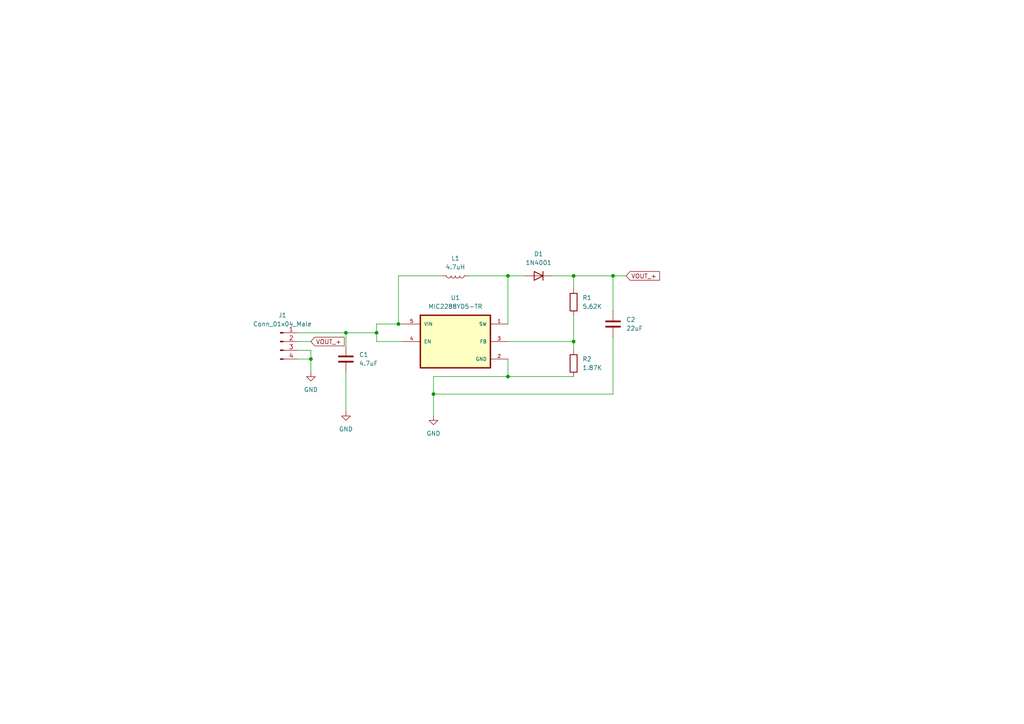
<source format=kicad_sch>
(kicad_sch (version 20211123) (generator eeschema)

  (uuid 0cd7d235-d1db-49dd-81e3-cb0d5bc082ff)

  (paper "A4")

  (lib_symbols
    (symbol "Connector:Conn_01x04_Male" (pin_names (offset 1.016) hide) (in_bom yes) (on_board yes)
      (property "Reference" "J" (id 0) (at 0 5.08 0)
        (effects (font (size 1.27 1.27)))
      )
      (property "Value" "Conn_01x04_Male" (id 1) (at 0 -7.62 0)
        (effects (font (size 1.27 1.27)))
      )
      (property "Footprint" "" (id 2) (at 0 0 0)
        (effects (font (size 1.27 1.27)) hide)
      )
      (property "Datasheet" "~" (id 3) (at 0 0 0)
        (effects (font (size 1.27 1.27)) hide)
      )
      (property "ki_keywords" "connector" (id 4) (at 0 0 0)
        (effects (font (size 1.27 1.27)) hide)
      )
      (property "ki_description" "Generic connector, single row, 01x04, script generated (kicad-library-utils/schlib/autogen/connector/)" (id 5) (at 0 0 0)
        (effects (font (size 1.27 1.27)) hide)
      )
      (property "ki_fp_filters" "Connector*:*_1x??_*" (id 6) (at 0 0 0)
        (effects (font (size 1.27 1.27)) hide)
      )
      (symbol "Conn_01x04_Male_1_1"
        (polyline
          (pts
            (xy 1.27 -5.08)
            (xy 0.8636 -5.08)
          )
          (stroke (width 0.1524) (type default) (color 0 0 0 0))
          (fill (type none))
        )
        (polyline
          (pts
            (xy 1.27 -2.54)
            (xy 0.8636 -2.54)
          )
          (stroke (width 0.1524) (type default) (color 0 0 0 0))
          (fill (type none))
        )
        (polyline
          (pts
            (xy 1.27 0)
            (xy 0.8636 0)
          )
          (stroke (width 0.1524) (type default) (color 0 0 0 0))
          (fill (type none))
        )
        (polyline
          (pts
            (xy 1.27 2.54)
            (xy 0.8636 2.54)
          )
          (stroke (width 0.1524) (type default) (color 0 0 0 0))
          (fill (type none))
        )
        (rectangle (start 0.8636 -4.953) (end 0 -5.207)
          (stroke (width 0.1524) (type default) (color 0 0 0 0))
          (fill (type outline))
        )
        (rectangle (start 0.8636 -2.413) (end 0 -2.667)
          (stroke (width 0.1524) (type default) (color 0 0 0 0))
          (fill (type outline))
        )
        (rectangle (start 0.8636 0.127) (end 0 -0.127)
          (stroke (width 0.1524) (type default) (color 0 0 0 0))
          (fill (type outline))
        )
        (rectangle (start 0.8636 2.667) (end 0 2.413)
          (stroke (width 0.1524) (type default) (color 0 0 0 0))
          (fill (type outline))
        )
        (pin passive line (at 5.08 2.54 180) (length 3.81)
          (name "Pin_1" (effects (font (size 1.27 1.27))))
          (number "1" (effects (font (size 1.27 1.27))))
        )
        (pin passive line (at 5.08 0 180) (length 3.81)
          (name "Pin_2" (effects (font (size 1.27 1.27))))
          (number "2" (effects (font (size 1.27 1.27))))
        )
        (pin passive line (at 5.08 -2.54 180) (length 3.81)
          (name "Pin_3" (effects (font (size 1.27 1.27))))
          (number "3" (effects (font (size 1.27 1.27))))
        )
        (pin passive line (at 5.08 -5.08 180) (length 3.81)
          (name "Pin_4" (effects (font (size 1.27 1.27))))
          (number "4" (effects (font (size 1.27 1.27))))
        )
      )
    )
    (symbol "Device:C" (pin_numbers hide) (pin_names (offset 0.254)) (in_bom yes) (on_board yes)
      (property "Reference" "C" (id 0) (at 0.635 2.54 0)
        (effects (font (size 1.27 1.27)) (justify left))
      )
      (property "Value" "C" (id 1) (at 0.635 -2.54 0)
        (effects (font (size 1.27 1.27)) (justify left))
      )
      (property "Footprint" "" (id 2) (at 0.9652 -3.81 0)
        (effects (font (size 1.27 1.27)) hide)
      )
      (property "Datasheet" "~" (id 3) (at 0 0 0)
        (effects (font (size 1.27 1.27)) hide)
      )
      (property "ki_keywords" "cap capacitor" (id 4) (at 0 0 0)
        (effects (font (size 1.27 1.27)) hide)
      )
      (property "ki_description" "Unpolarized capacitor" (id 5) (at 0 0 0)
        (effects (font (size 1.27 1.27)) hide)
      )
      (property "ki_fp_filters" "C_*" (id 6) (at 0 0 0)
        (effects (font (size 1.27 1.27)) hide)
      )
      (symbol "C_0_1"
        (polyline
          (pts
            (xy -2.032 -0.762)
            (xy 2.032 -0.762)
          )
          (stroke (width 0.508) (type default) (color 0 0 0 0))
          (fill (type none))
        )
        (polyline
          (pts
            (xy -2.032 0.762)
            (xy 2.032 0.762)
          )
          (stroke (width 0.508) (type default) (color 0 0 0 0))
          (fill (type none))
        )
      )
      (symbol "C_1_1"
        (pin passive line (at 0 3.81 270) (length 2.794)
          (name "~" (effects (font (size 1.27 1.27))))
          (number "1" (effects (font (size 1.27 1.27))))
        )
        (pin passive line (at 0 -3.81 90) (length 2.794)
          (name "~" (effects (font (size 1.27 1.27))))
          (number "2" (effects (font (size 1.27 1.27))))
        )
      )
    )
    (symbol "Device:L" (pin_numbers hide) (pin_names (offset 1.016) hide) (in_bom yes) (on_board yes)
      (property "Reference" "L" (id 0) (at -1.27 0 90)
        (effects (font (size 1.27 1.27)))
      )
      (property "Value" "L" (id 1) (at 1.905 0 90)
        (effects (font (size 1.27 1.27)))
      )
      (property "Footprint" "" (id 2) (at 0 0 0)
        (effects (font (size 1.27 1.27)) hide)
      )
      (property "Datasheet" "~" (id 3) (at 0 0 0)
        (effects (font (size 1.27 1.27)) hide)
      )
      (property "ki_keywords" "inductor choke coil reactor magnetic" (id 4) (at 0 0 0)
        (effects (font (size 1.27 1.27)) hide)
      )
      (property "ki_description" "Inductor" (id 5) (at 0 0 0)
        (effects (font (size 1.27 1.27)) hide)
      )
      (property "ki_fp_filters" "Choke_* *Coil* Inductor_* L_*" (id 6) (at 0 0 0)
        (effects (font (size 1.27 1.27)) hide)
      )
      (symbol "L_0_1"
        (arc (start 0 -2.54) (mid 0.635 -1.905) (end 0 -1.27)
          (stroke (width 0) (type default) (color 0 0 0 0))
          (fill (type none))
        )
        (arc (start 0 -1.27) (mid 0.635 -0.635) (end 0 0)
          (stroke (width 0) (type default) (color 0 0 0 0))
          (fill (type none))
        )
        (arc (start 0 0) (mid 0.635 0.635) (end 0 1.27)
          (stroke (width 0) (type default) (color 0 0 0 0))
          (fill (type none))
        )
        (arc (start 0 1.27) (mid 0.635 1.905) (end 0 2.54)
          (stroke (width 0) (type default) (color 0 0 0 0))
          (fill (type none))
        )
      )
      (symbol "L_1_1"
        (pin passive line (at 0 3.81 270) (length 1.27)
          (name "1" (effects (font (size 1.27 1.27))))
          (number "1" (effects (font (size 1.27 1.27))))
        )
        (pin passive line (at 0 -3.81 90) (length 1.27)
          (name "2" (effects (font (size 1.27 1.27))))
          (number "2" (effects (font (size 1.27 1.27))))
        )
      )
    )
    (symbol "Device:R" (pin_numbers hide) (pin_names (offset 0)) (in_bom yes) (on_board yes)
      (property "Reference" "R" (id 0) (at 2.032 0 90)
        (effects (font (size 1.27 1.27)))
      )
      (property "Value" "R" (id 1) (at 0 0 90)
        (effects (font (size 1.27 1.27)))
      )
      (property "Footprint" "" (id 2) (at -1.778 0 90)
        (effects (font (size 1.27 1.27)) hide)
      )
      (property "Datasheet" "~" (id 3) (at 0 0 0)
        (effects (font (size 1.27 1.27)) hide)
      )
      (property "ki_keywords" "R res resistor" (id 4) (at 0 0 0)
        (effects (font (size 1.27 1.27)) hide)
      )
      (property "ki_description" "Resistor" (id 5) (at 0 0 0)
        (effects (font (size 1.27 1.27)) hide)
      )
      (property "ki_fp_filters" "R_*" (id 6) (at 0 0 0)
        (effects (font (size 1.27 1.27)) hide)
      )
      (symbol "R_0_1"
        (rectangle (start -1.016 -2.54) (end 1.016 2.54)
          (stroke (width 0.254) (type default) (color 0 0 0 0))
          (fill (type none))
        )
      )
      (symbol "R_1_1"
        (pin passive line (at 0 3.81 270) (length 1.27)
          (name "~" (effects (font (size 1.27 1.27))))
          (number "1" (effects (font (size 1.27 1.27))))
        )
        (pin passive line (at 0 -3.81 90) (length 1.27)
          (name "~" (effects (font (size 1.27 1.27))))
          (number "2" (effects (font (size 1.27 1.27))))
        )
      )
    )
    (symbol "Diode:1N4001" (pin_numbers hide) (pin_names (offset 1.016) hide) (in_bom yes) (on_board yes)
      (property "Reference" "D" (id 0) (at 0 2.54 0)
        (effects (font (size 1.27 1.27)))
      )
      (property "Value" "1N4001" (id 1) (at 0 -2.54 0)
        (effects (font (size 1.27 1.27)))
      )
      (property "Footprint" "Diode_THT:D_DO-41_SOD81_P10.16mm_Horizontal" (id 2) (at 0 -4.445 0)
        (effects (font (size 1.27 1.27)) hide)
      )
      (property "Datasheet" "http://www.vishay.com/docs/88503/1n4001.pdf" (id 3) (at 0 0 0)
        (effects (font (size 1.27 1.27)) hide)
      )
      (property "ki_keywords" "diode" (id 4) (at 0 0 0)
        (effects (font (size 1.27 1.27)) hide)
      )
      (property "ki_description" "50V 1A General Purpose Rectifier Diode, DO-41" (id 5) (at 0 0 0)
        (effects (font (size 1.27 1.27)) hide)
      )
      (property "ki_fp_filters" "D*DO?41*" (id 6) (at 0 0 0)
        (effects (font (size 1.27 1.27)) hide)
      )
      (symbol "1N4001_0_1"
        (polyline
          (pts
            (xy -1.27 1.27)
            (xy -1.27 -1.27)
          )
          (stroke (width 0.254) (type default) (color 0 0 0 0))
          (fill (type none))
        )
        (polyline
          (pts
            (xy 1.27 0)
            (xy -1.27 0)
          )
          (stroke (width 0) (type default) (color 0 0 0 0))
          (fill (type none))
        )
        (polyline
          (pts
            (xy 1.27 1.27)
            (xy 1.27 -1.27)
            (xy -1.27 0)
            (xy 1.27 1.27)
          )
          (stroke (width 0.254) (type default) (color 0 0 0 0))
          (fill (type none))
        )
      )
      (symbol "1N4001_1_1"
        (pin passive line (at -3.81 0 0) (length 2.54)
          (name "K" (effects (font (size 1.27 1.27))))
          (number "1" (effects (font (size 1.27 1.27))))
        )
        (pin passive line (at 3.81 0 180) (length 2.54)
          (name "A" (effects (font (size 1.27 1.27))))
          (number "2" (effects (font (size 1.27 1.27))))
        )
      )
    )
    (symbol "MIC2288YD5-TR:MIC2288YD5-TR" (pin_names (offset 1.016)) (in_bom yes) (on_board yes)
      (property "Reference" "U" (id 0) (at -10.16 8.62 0)
        (effects (font (size 1.27 1.27)) (justify left bottom))
      )
      (property "Value" "MIC2288YD5-TR" (id 1) (at -10.16 -11.62 0)
        (effects (font (size 1.27 1.27)) (justify left bottom))
      )
      (property "Footprint" "SOT95P280X100-5N" (id 2) (at 0 0 0)
        (effects (font (size 1.27 1.27)) (justify bottom) hide)
      )
      (property "Datasheet" "" (id 3) (at 0 0 0)
        (effects (font (size 1.27 1.27)) hide)
      )
      (property "SNAPEDA_PACKAGE_ID" "8798" (id 4) (at 0 0 0)
        (effects (font (size 1.27 1.27)) (justify bottom) hide)
      )
      (property "STANDARD" "IPC-7351B" (id 5) (at 0 0 0)
        (effects (font (size 1.27 1.27)) (justify bottom) hide)
      )
      (property "MANUFACTURER" "Microchip" (id 6) (at 0 0 0)
        (effects (font (size 1.27 1.27)) (justify bottom) hide)
      )
      (property "PARTREV" "B" (id 7) (at 0 0 0)
        (effects (font (size 1.27 1.27)) (justify bottom) hide)
      )
      (property "MAXIMUM_PACKAGE_HEIGHT" "1.0mm" (id 8) (at 0 0 0)
        (effects (font (size 1.27 1.27)) (justify bottom) hide)
      )
      (symbol "MIC2288YD5-TR_0_0"
        (rectangle (start -10.16 -7.62) (end 10.16 7.62)
          (stroke (width 0.41) (type default) (color 0 0 0 0))
          (fill (type background))
        )
        (pin input line (at 15.24 5.08 180) (length 5.08)
          (name "SW" (effects (font (size 1.016 1.016))))
          (number "1" (effects (font (size 1.016 1.016))))
        )
        (pin power_in line (at 15.24 -5.08 180) (length 5.08)
          (name "GND" (effects (font (size 1.016 1.016))))
          (number "2" (effects (font (size 1.016 1.016))))
        )
        (pin input line (at 15.24 0 180) (length 5.08)
          (name "FB" (effects (font (size 1.016 1.016))))
          (number "3" (effects (font (size 1.016 1.016))))
        )
        (pin input line (at -15.24 0 0) (length 5.08)
          (name "EN" (effects (font (size 1.016 1.016))))
          (number "4" (effects (font (size 1.016 1.016))))
        )
        (pin input line (at -15.24 5.08 0) (length 5.08)
          (name "VIN" (effects (font (size 1.016 1.016))))
          (number "5" (effects (font (size 1.016 1.016))))
        )
      )
    )
    (symbol "power:GND" (power) (pin_names (offset 0)) (in_bom yes) (on_board yes)
      (property "Reference" "#PWR" (id 0) (at 0 -6.35 0)
        (effects (font (size 1.27 1.27)) hide)
      )
      (property "Value" "GND" (id 1) (at 0 -3.81 0)
        (effects (font (size 1.27 1.27)))
      )
      (property "Footprint" "" (id 2) (at 0 0 0)
        (effects (font (size 1.27 1.27)) hide)
      )
      (property "Datasheet" "" (id 3) (at 0 0 0)
        (effects (font (size 1.27 1.27)) hide)
      )
      (property "ki_keywords" "power-flag" (id 4) (at 0 0 0)
        (effects (font (size 1.27 1.27)) hide)
      )
      (property "ki_description" "Power symbol creates a global label with name \"GND\" , ground" (id 5) (at 0 0 0)
        (effects (font (size 1.27 1.27)) hide)
      )
      (symbol "GND_0_1"
        (polyline
          (pts
            (xy 0 0)
            (xy 0 -1.27)
            (xy 1.27 -1.27)
            (xy 0 -2.54)
            (xy -1.27 -1.27)
            (xy 0 -1.27)
          )
          (stroke (width 0) (type default) (color 0 0 0 0))
          (fill (type none))
        )
      )
      (symbol "GND_1_1"
        (pin power_in line (at 0 0 270) (length 0) hide
          (name "GND" (effects (font (size 1.27 1.27))))
          (number "1" (effects (font (size 1.27 1.27))))
        )
      )
    )
  )

  (junction (at 177.8 80.01) (diameter 0) (color 0 0 0 0)
    (uuid 0f556e07-1f22-4253-bf12-0300750a90d9)
  )
  (junction (at 100.33 96.52) (diameter 0) (color 0 0 0 0)
    (uuid 1b541f23-38ab-4b48-b9fe-91df9960f422)
  )
  (junction (at 166.37 99.06) (diameter 0) (color 0 0 0 0)
    (uuid 6ae11cfa-e778-4a71-ad17-21fb9e1d3f54)
  )
  (junction (at 166.37 80.01) (diameter 0) (color 0 0 0 0)
    (uuid 8f0e7675-809b-4069-8262-7a9cba334fb0)
  )
  (junction (at 147.32 109.22) (diameter 0) (color 0 0 0 0)
    (uuid 905d258e-4796-4344-ae05-3dff68eecf3d)
  )
  (junction (at 147.32 80.01) (diameter 0) (color 0 0 0 0)
    (uuid 93d22ac8-6ae4-4ad4-bc09-323940ff7664)
  )
  (junction (at 109.22 96.52) (diameter 0) (color 0 0 0 0)
    (uuid a6a97f5c-eb95-4ee7-aaf1-d5b31eb86bfd)
  )
  (junction (at 115.57 93.98) (diameter 0) (color 0 0 0 0)
    (uuid ae440294-fe99-48c8-826b-36b549dfcf0d)
  )
  (junction (at 90.17 104.14) (diameter 0) (color 0 0 0 0)
    (uuid b1015098-9ab2-4e28-8faf-84f82f0fe992)
  )
  (junction (at 125.73 114.3) (diameter 0) (color 0 0 0 0)
    (uuid ffa4de68-6519-4a05-ab49-888f29ee82b2)
  )

  (wire (pts (xy 177.8 97.79) (xy 177.8 114.3))
    (stroke (width 0) (type default) (color 0 0 0 0))
    (uuid 11f90de0-262d-4763-b9ec-5de92a7ef932)
  )
  (wire (pts (xy 90.17 104.14) (xy 90.17 107.95))
    (stroke (width 0) (type default) (color 0 0 0 0))
    (uuid 16cfba77-5073-49fd-8a69-78645802a802)
  )
  (wire (pts (xy 166.37 80.01) (xy 177.8 80.01))
    (stroke (width 0) (type default) (color 0 0 0 0))
    (uuid 1822ee8e-93b8-4ebf-921c-f489864f707e)
  )
  (wire (pts (xy 166.37 109.22) (xy 147.32 109.22))
    (stroke (width 0) (type default) (color 0 0 0 0))
    (uuid 2276c680-2d7d-4d17-a42b-93c455b3e32c)
  )
  (wire (pts (xy 177.8 114.3) (xy 125.73 114.3))
    (stroke (width 0) (type default) (color 0 0 0 0))
    (uuid 23d50038-3e58-442b-8257-926a6fcd2013)
  )
  (wire (pts (xy 100.33 96.52) (xy 109.22 96.52))
    (stroke (width 0) (type default) (color 0 0 0 0))
    (uuid 24482925-c971-4ecf-871c-e03113066981)
  )
  (wire (pts (xy 166.37 99.06) (xy 147.32 99.06))
    (stroke (width 0) (type default) (color 0 0 0 0))
    (uuid 280ac9d3-bd7d-458d-91b6-7d6f017e57a7)
  )
  (wire (pts (xy 135.89 80.01) (xy 147.32 80.01))
    (stroke (width 0) (type default) (color 0 0 0 0))
    (uuid 28b1a42a-ec16-4375-b0df-a25dcffee96c)
  )
  (wire (pts (xy 86.36 99.06) (xy 90.17 99.06))
    (stroke (width 0) (type default) (color 0 0 0 0))
    (uuid 355a164f-8d39-4e10-a451-5555b1f7c938)
  )
  (wire (pts (xy 109.22 96.52) (xy 109.22 93.98))
    (stroke (width 0) (type default) (color 0 0 0 0))
    (uuid 367e2755-8c9f-4048-b3b0-1929b56b6ce3)
  )
  (wire (pts (xy 166.37 91.44) (xy 166.37 99.06))
    (stroke (width 0) (type default) (color 0 0 0 0))
    (uuid 375a7f23-4a22-49bd-a47f-96b1a839b652)
  )
  (wire (pts (xy 160.02 80.01) (xy 166.37 80.01))
    (stroke (width 0) (type default) (color 0 0 0 0))
    (uuid 506df088-32e2-486d-ada4-0165cf3435ec)
  )
  (wire (pts (xy 147.32 80.01) (xy 152.4 80.01))
    (stroke (width 0) (type default) (color 0 0 0 0))
    (uuid 5499e94a-449e-4552-aece-d784979b2fd4)
  )
  (wire (pts (xy 109.22 93.98) (xy 115.57 93.98))
    (stroke (width 0) (type default) (color 0 0 0 0))
    (uuid 559ac606-9344-4fd0-99ef-84824e0bee0e)
  )
  (wire (pts (xy 147.32 104.14) (xy 147.32 109.22))
    (stroke (width 0) (type default) (color 0 0 0 0))
    (uuid 5eeaeae0-0c19-45d1-8f42-774cbe9549ce)
  )
  (wire (pts (xy 86.36 101.6) (xy 90.17 101.6))
    (stroke (width 0) (type default) (color 0 0 0 0))
    (uuid 6bb353c4-ea19-4cbf-b513-e01d6fbccc5d)
  )
  (wire (pts (xy 116.84 99.06) (xy 109.22 99.06))
    (stroke (width 0) (type default) (color 0 0 0 0))
    (uuid 763ecb4c-1093-4a81-8477-b4ad33ef4a6a)
  )
  (wire (pts (xy 147.32 93.98) (xy 147.32 80.01))
    (stroke (width 0) (type default) (color 0 0 0 0))
    (uuid 7f29d4da-4e8d-4006-b78f-2bedaaed0f59)
  )
  (wire (pts (xy 166.37 99.06) (xy 166.37 101.6))
    (stroke (width 0) (type default) (color 0 0 0 0))
    (uuid 8822f11c-cb5f-4408-931f-766f16d3101f)
  )
  (wire (pts (xy 100.33 107.95) (xy 100.33 119.38))
    (stroke (width 0) (type default) (color 0 0 0 0))
    (uuid 8be09ebf-562f-48d5-942e-b2411b3a771e)
  )
  (wire (pts (xy 177.8 80.01) (xy 181.61 80.01))
    (stroke (width 0) (type default) (color 0 0 0 0))
    (uuid 9a007ab8-65bf-443f-8bce-1f4f82c327f6)
  )
  (wire (pts (xy 128.27 80.01) (xy 115.57 80.01))
    (stroke (width 0) (type default) (color 0 0 0 0))
    (uuid 9bb3809d-96fb-4a4a-8c3f-58414bcb2f46)
  )
  (wire (pts (xy 125.73 109.22) (xy 125.73 114.3))
    (stroke (width 0) (type default) (color 0 0 0 0))
    (uuid 9c499774-9219-4a33-a4fe-fbfda0c077d0)
  )
  (wire (pts (xy 86.36 96.52) (xy 100.33 96.52))
    (stroke (width 0) (type default) (color 0 0 0 0))
    (uuid b5455e70-cee4-414a-9df8-03eeb3bf3c94)
  )
  (wire (pts (xy 86.36 104.14) (xy 90.17 104.14))
    (stroke (width 0) (type default) (color 0 0 0 0))
    (uuid b838ddfa-b04c-4e33-adc3-c94789e0bb8b)
  )
  (wire (pts (xy 115.57 80.01) (xy 115.57 93.98))
    (stroke (width 0) (type default) (color 0 0 0 0))
    (uuid bb9108f5-5570-4141-a2a0-1a1c9ca06ad7)
  )
  (wire (pts (xy 147.32 109.22) (xy 125.73 109.22))
    (stroke (width 0) (type default) (color 0 0 0 0))
    (uuid c6da0ea3-d1f3-434d-b086-70666c388744)
  )
  (wire (pts (xy 125.73 120.65) (xy 125.73 114.3))
    (stroke (width 0) (type default) (color 0 0 0 0))
    (uuid cd1cfebe-8968-4ac0-aaef-0df4b42ffb5d)
  )
  (wire (pts (xy 177.8 80.01) (xy 177.8 90.17))
    (stroke (width 0) (type default) (color 0 0 0 0))
    (uuid d03a6fab-dbde-4ee1-8d40-28d3a9632b62)
  )
  (wire (pts (xy 90.17 101.6) (xy 90.17 104.14))
    (stroke (width 0) (type default) (color 0 0 0 0))
    (uuid d261a857-1f8e-4790-8d0a-d2aaba6fb489)
  )
  (wire (pts (xy 109.22 99.06) (xy 109.22 96.52))
    (stroke (width 0) (type default) (color 0 0 0 0))
    (uuid ef19ef69-a65c-494c-b3a1-aefdc2d8890e)
  )
  (wire (pts (xy 166.37 80.01) (xy 166.37 83.82))
    (stroke (width 0) (type default) (color 0 0 0 0))
    (uuid f8dc4c6b-cc6a-467b-a0a2-ab8d1dcf4383)
  )
  (wire (pts (xy 115.57 93.98) (xy 116.84 93.98))
    (stroke (width 0) (type default) (color 0 0 0 0))
    (uuid f95cd8d5-ca57-4f1b-b00d-5bffbb51e35e)
  )
  (wire (pts (xy 100.33 100.33) (xy 100.33 96.52))
    (stroke (width 0) (type default) (color 0 0 0 0))
    (uuid fdd5d71a-fe20-45f4-8153-709f8b5d59ea)
  )

  (global_label "VOUT_+" (shape input) (at 181.61 80.01 0) (fields_autoplaced)
    (effects (font (size 1.27 1.27)) (justify left))
    (uuid 74151417-ef79-42be-ad67-42b717d68cbe)
    (property "Intersheet References" "${INTERSHEET_REFS}" (id 0) (at 191.2802 79.9306 0)
      (effects (font (size 1.27 1.27)) (justify left) hide)
    )
  )
  (global_label "VOUT_+" (shape input) (at 90.17 99.06 0) (fields_autoplaced)
    (effects (font (size 1.27 1.27)) (justify left))
    (uuid 7ea7d347-ecf3-4146-a77f-61a63c7ab998)
    (property "Intersheet References" "${INTERSHEET_REFS}" (id 0) (at 99.8402 98.9806 0)
      (effects (font (size 1.27 1.27)) (justify left) hide)
    )
  )

  (symbol (lib_id "power:GND") (at 90.17 107.95 0) (unit 1)
    (in_bom yes) (on_board yes) (fields_autoplaced)
    (uuid 07ec6c36-8c7d-4957-b60d-44b99d87951d)
    (property "Reference" "#PWR0102" (id 0) (at 90.17 114.3 0)
      (effects (font (size 1.27 1.27)) hide)
    )
    (property "Value" "GND" (id 1) (at 90.17 113.03 0))
    (property "Footprint" "" (id 2) (at 90.17 107.95 0)
      (effects (font (size 1.27 1.27)) hide)
    )
    (property "Datasheet" "" (id 3) (at 90.17 107.95 0)
      (effects (font (size 1.27 1.27)) hide)
    )
    (pin "1" (uuid b5bf1a43-f8b8-44f6-b0f0-59dca92efe8f))
  )

  (symbol (lib_id "Device:C") (at 100.33 104.14 0) (unit 1)
    (in_bom yes) (on_board yes) (fields_autoplaced)
    (uuid 1f4c7d2e-b3fd-421e-9315-9ae08ab2925c)
    (property "Reference" "C1" (id 0) (at 104.14 102.8699 0)
      (effects (font (size 1.27 1.27)) (justify left))
    )
    (property "Value" "4.7uF" (id 1) (at 104.14 105.4099 0)
      (effects (font (size 1.27 1.27)) (justify left))
    )
    (property "Footprint" "Capacitor_SMD:C_0603_1608Metric" (id 2) (at 101.2952 107.95 0)
      (effects (font (size 1.27 1.27)) hide)
    )
    (property "Datasheet" "~" (id 3) (at 100.33 104.14 0)
      (effects (font (size 1.27 1.27)) hide)
    )
    (pin "1" (uuid c69e1717-d88c-460e-83a6-fbf0058f261c))
    (pin "2" (uuid fd895bfe-5c0d-45ef-9de0-cc7f511493f3))
  )

  (symbol (lib_id "power:GND") (at 100.33 119.38 0) (unit 1)
    (in_bom yes) (on_board yes) (fields_autoplaced)
    (uuid 26ca1090-2cd1-41d0-a286-35cc0dd34e0a)
    (property "Reference" "#PWR0104" (id 0) (at 100.33 125.73 0)
      (effects (font (size 1.27 1.27)) hide)
    )
    (property "Value" "GND" (id 1) (at 100.33 124.46 0))
    (property "Footprint" "" (id 2) (at 100.33 119.38 0)
      (effects (font (size 1.27 1.27)) hide)
    )
    (property "Datasheet" "" (id 3) (at 100.33 119.38 0)
      (effects (font (size 1.27 1.27)) hide)
    )
    (pin "1" (uuid c127b9e3-ea0e-4361-97fa-6d2af7a324c0))
  )

  (symbol (lib_id "power:GND") (at 125.73 120.65 0) (unit 1)
    (in_bom yes) (on_board yes) (fields_autoplaced)
    (uuid 39614b3e-47fb-4414-8efd-db198828f7f8)
    (property "Reference" "#PWR0101" (id 0) (at 125.73 127 0)
      (effects (font (size 1.27 1.27)) hide)
    )
    (property "Value" "GND" (id 1) (at 125.73 125.73 0))
    (property "Footprint" "" (id 2) (at 125.73 120.65 0)
      (effects (font (size 1.27 1.27)) hide)
    )
    (property "Datasheet" "" (id 3) (at 125.73 120.65 0)
      (effects (font (size 1.27 1.27)) hide)
    )
    (pin "1" (uuid 7f530977-8d2f-4f5f-b5e0-3c132e9686ec))
  )

  (symbol (lib_id "Device:R") (at 166.37 105.41 180) (unit 1)
    (in_bom yes) (on_board yes) (fields_autoplaced)
    (uuid 452b2a0d-a977-479b-986d-6e96ca7a39ca)
    (property "Reference" "R2" (id 0) (at 168.91 104.1399 0)
      (effects (font (size 1.27 1.27)) (justify right))
    )
    (property "Value" "1.87K" (id 1) (at 168.91 106.6799 0)
      (effects (font (size 1.27 1.27)) (justify right))
    )
    (property "Footprint" "Resistor_SMD:R_0805_2012Metric" (id 2) (at 168.148 105.41 90)
      (effects (font (size 1.27 1.27)) hide)
    )
    (property "Datasheet" "~" (id 3) (at 166.37 105.41 0)
      (effects (font (size 1.27 1.27)) hide)
    )
    (pin "1" (uuid 54dcef6f-5016-4e7d-bc70-ceaf17589ab8))
    (pin "2" (uuid a0d5fa9b-c265-4edb-bcea-3aa4e6fa23d0))
  )

  (symbol (lib_id "Device:L") (at 132.08 80.01 270) (unit 1)
    (in_bom yes) (on_board yes) (fields_autoplaced)
    (uuid 4c6f00bf-2239-420d-b88a-03d9a2af9989)
    (property "Reference" "L1" (id 0) (at 132.08 74.93 90))
    (property "Value" "4.7uH" (id 1) (at 132.08 77.47 90))
    (property "Footprint" "Inductor_SMD:L_Vishay_IHLP-2525" (id 2) (at 132.08 80.01 0)
      (effects (font (size 1.27 1.27)) hide)
    )
    (property "Datasheet" "~" (id 3) (at 132.08 80.01 0)
      (effects (font (size 1.27 1.27)) hide)
    )
    (pin "1" (uuid 3fde17d6-4057-452c-95dc-168be307effb))
    (pin "2" (uuid 4af66682-f899-41ae-bc72-f52cac9df740))
  )

  (symbol (lib_id "Diode:1N4001") (at 156.21 80.01 180) (unit 1)
    (in_bom yes) (on_board yes) (fields_autoplaced)
    (uuid 55a880bb-c9ca-4bd7-890d-46bf51a79f45)
    (property "Reference" "D1" (id 0) (at 156.21 73.66 0))
    (property "Value" "1N4001" (id 1) (at 156.21 76.2 0))
    (property "Footprint" "Diode_SMD:D_SOD-123" (id 2) (at 156.21 75.565 0)
      (effects (font (size 1.27 1.27)) hide)
    )
    (property "Datasheet" "http://www.vishay.com/docs/88503/1n4001.pdf" (id 3) (at 156.21 80.01 0)
      (effects (font (size 1.27 1.27)) hide)
    )
    (pin "1" (uuid 6dc00997-0be6-424e-beef-d3e99987311c))
    (pin "2" (uuid 34d15945-59ca-46bb-970f-1ea62c791274))
  )

  (symbol (lib_id "Connector:Conn_01x04_Male") (at 81.28 99.06 0) (unit 1)
    (in_bom yes) (on_board yes) (fields_autoplaced)
    (uuid 5ebdc4ef-078f-4f8a-b097-ec44840d946a)
    (property "Reference" "J1" (id 0) (at 81.915 91.44 0))
    (property "Value" "Conn_01x04_Male" (id 1) (at 81.915 93.98 0))
    (property "Footprint" "Connector_PinHeader_2.54mm:PinHeader_1x04_P2.54mm_Vertical" (id 2) (at 81.28 99.06 0)
      (effects (font (size 1.27 1.27)) hide)
    )
    (property "Datasheet" "~" (id 3) (at 81.28 99.06 0)
      (effects (font (size 1.27 1.27)) hide)
    )
    (pin "1" (uuid 7ac762b6-aa3e-48e8-a7dd-80d9abb6204c))
    (pin "2" (uuid 1c2f4a91-37f3-45fb-84fd-c91699a31b9e))
    (pin "3" (uuid 477ba236-d260-4331-ae0b-ba7e32c28d95))
    (pin "4" (uuid 0516751a-5ddc-400b-8b07-2acc6d96f474))
  )

  (symbol (lib_id "Device:C") (at 177.8 93.98 0) (unit 1)
    (in_bom yes) (on_board yes) (fields_autoplaced)
    (uuid 5f3bf060-8771-4fcc-b08b-2a57695b2c8f)
    (property "Reference" "C2" (id 0) (at 181.61 92.7099 0)
      (effects (font (size 1.27 1.27)) (justify left))
    )
    (property "Value" "22uF" (id 1) (at 181.61 95.2499 0)
      (effects (font (size 1.27 1.27)) (justify left))
    )
    (property "Footprint" "Capacitor_SMD:C_0805_2012Metric" (id 2) (at 178.7652 97.79 0)
      (effects (font (size 1.27 1.27)) hide)
    )
    (property "Datasheet" "~" (id 3) (at 177.8 93.98 0)
      (effects (font (size 1.27 1.27)) hide)
    )
    (pin "1" (uuid 6dc559b1-901a-4bc0-8d2b-1d9ad6698fea))
    (pin "2" (uuid 1e465ffc-9eeb-42b9-9e6f-02718f024be4))
  )

  (symbol (lib_id "MIC2288YD5-TR:MIC2288YD5-TR") (at 132.08 99.06 0) (unit 1)
    (in_bom yes) (on_board yes) (fields_autoplaced)
    (uuid 86409ba1-be16-435a-84b1-9796ad3ff4e3)
    (property "Reference" "U1" (id 0) (at 132.08 86.36 0))
    (property "Value" "MIC2288YD5-TR" (id 1) (at 132.08 88.9 0))
    (property "Footprint" "Package_TO_SOT_SMD:TSOT-23-5" (id 2) (at 132.08 99.06 0)
      (effects (font (size 1.27 1.27)) (justify bottom) hide)
    )
    (property "Datasheet" "" (id 3) (at 132.08 99.06 0)
      (effects (font (size 1.27 1.27)) hide)
    )
    (property "SNAPEDA_PACKAGE_ID" "8798" (id 4) (at 132.08 99.06 0)
      (effects (font (size 1.27 1.27)) (justify bottom) hide)
    )
    (property "STANDARD" "IPC-7351B" (id 5) (at 132.08 99.06 0)
      (effects (font (size 1.27 1.27)) (justify bottom) hide)
    )
    (property "MANUFACTURER" "Microchip" (id 6) (at 132.08 99.06 0)
      (effects (font (size 1.27 1.27)) (justify bottom) hide)
    )
    (property "PARTREV" "B" (id 7) (at 132.08 99.06 0)
      (effects (font (size 1.27 1.27)) (justify bottom) hide)
    )
    (property "MAXIMUM_PACKAGE_HEIGHT" "1.0mm" (id 8) (at 132.08 99.06 0)
      (effects (font (size 1.27 1.27)) (justify bottom) hide)
    )
    (pin "1" (uuid d70c7130-0b70-4cc2-a126-78d3d8a84242))
    (pin "2" (uuid ca3e543e-742c-4f1e-bcab-ea2945d6d593))
    (pin "3" (uuid 37251645-1561-44ba-9dc7-176d7034013e))
    (pin "4" (uuid bd629170-8c24-4505-94b0-60f852e0915e))
    (pin "5" (uuid 91bc4785-2df0-4094-af9e-d474e0ef9300))
  )

  (symbol (lib_id "Device:R") (at 166.37 87.63 180) (unit 1)
    (in_bom yes) (on_board yes) (fields_autoplaced)
    (uuid be6215cf-50b7-4e0c-9564-5bc359ecb9ef)
    (property "Reference" "R1" (id 0) (at 168.91 86.3599 0)
      (effects (font (size 1.27 1.27)) (justify right))
    )
    (property "Value" "5.62K" (id 1) (at 168.91 88.8999 0)
      (effects (font (size 1.27 1.27)) (justify right))
    )
    (property "Footprint" "Resistor_SMD:R_0805_2012Metric" (id 2) (at 168.148 87.63 90)
      (effects (font (size 1.27 1.27)) hide)
    )
    (property "Datasheet" "~" (id 3) (at 166.37 87.63 0)
      (effects (font (size 1.27 1.27)) hide)
    )
    (pin "1" (uuid 51971f37-7b8e-4122-9a10-7d22e00ce3c4))
    (pin "2" (uuid 69f5d467-eb76-4757-bd47-71b92a1914db))
  )

  (sheet_instances
    (path "/" (page "1"))
  )

  (symbol_instances
    (path "/39614b3e-47fb-4414-8efd-db198828f7f8"
      (reference "#PWR0101") (unit 1) (value "GND") (footprint "")
    )
    (path "/07ec6c36-8c7d-4957-b60d-44b99d87951d"
      (reference "#PWR0102") (unit 1) (value "GND") (footprint "")
    )
    (path "/26ca1090-2cd1-41d0-a286-35cc0dd34e0a"
      (reference "#PWR0104") (unit 1) (value "GND") (footprint "")
    )
    (path "/1f4c7d2e-b3fd-421e-9315-9ae08ab2925c"
      (reference "C1") (unit 1) (value "4.7uF") (footprint "Capacitor_SMD:C_0603_1608Metric")
    )
    (path "/5f3bf060-8771-4fcc-b08b-2a57695b2c8f"
      (reference "C2") (unit 1) (value "22uF") (footprint "Capacitor_SMD:C_0805_2012Metric")
    )
    (path "/55a880bb-c9ca-4bd7-890d-46bf51a79f45"
      (reference "D1") (unit 1) (value "1N4001") (footprint "Diode_SMD:D_SOD-123")
    )
    (path "/5ebdc4ef-078f-4f8a-b097-ec44840d946a"
      (reference "J1") (unit 1) (value "Conn_01x04_Male") (footprint "Connector_PinHeader_2.54mm:PinHeader_1x04_P2.54mm_Vertical")
    )
    (path "/4c6f00bf-2239-420d-b88a-03d9a2af9989"
      (reference "L1") (unit 1) (value "4.7uH") (footprint "Inductor_SMD:L_Vishay_IHLP-2525")
    )
    (path "/be6215cf-50b7-4e0c-9564-5bc359ecb9ef"
      (reference "R1") (unit 1) (value "5.62K") (footprint "Resistor_SMD:R_0805_2012Metric")
    )
    (path "/452b2a0d-a977-479b-986d-6e96ca7a39ca"
      (reference "R2") (unit 1) (value "1.87K") (footprint "Resistor_SMD:R_0805_2012Metric")
    )
    (path "/86409ba1-be16-435a-84b1-9796ad3ff4e3"
      (reference "U1") (unit 1) (value "MIC2288YD5-TR") (footprint "Package_TO_SOT_SMD:TSOT-23-5")
    )
  )
)

</source>
